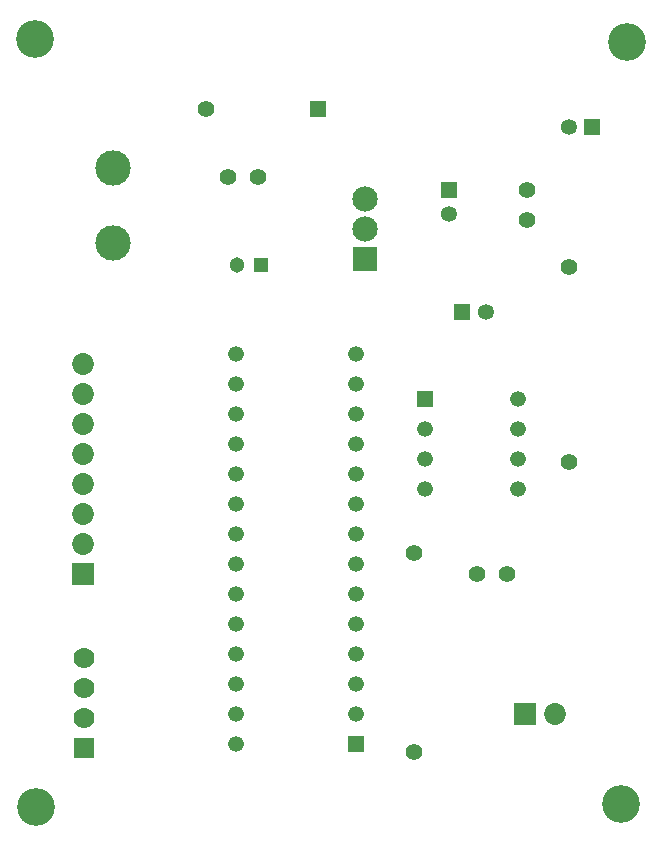
<source format=gbr>
%TF.GenerationSoftware,Altium Limited,Altium Designer,20.2.7 (254)*%
G04 Layer_Color=16711935*
%FSLAX26Y26*%
%MOIN*%
%TF.SameCoordinates,6B6101E1-C1E4-40C1-A6FF-A8A0D89029E3*%
%TF.FilePolarity,Negative*%
%TF.FileFunction,Soldermask,Bot*%
%TF.Part,Single*%
G01*
G75*
%TA.AperFunction,ComponentPad*%
%ADD29C,0.084181*%
%ADD30R,0.084181X0.084181*%
%ADD31C,0.055244*%
%ADD32C,0.052606*%
%ADD33R,0.052606X0.052606*%
%ADD34C,0.051307*%
%ADD35R,0.051307X0.051307*%
%ADD36C,0.053276*%
%ADD37R,0.053276X0.053276*%
%ADD38R,0.053276X0.053276*%
%ADD39R,0.072961X0.072961*%
%ADD40C,0.072961*%
%ADD41R,0.072961X0.072961*%
%ADD42C,0.117843*%
%ADD43R,0.070008X0.070008*%
%ADD44C,0.070008*%
%ADD45R,0.055244X0.055244*%
%TA.AperFunction,ViaPad*%
%ADD46C,0.126110*%
D29*
X1315000Y4295000D02*
D03*
Y4195000D02*
D03*
D30*
Y4095000D02*
D03*
D31*
X1995000Y4070000D02*
D03*
Y3420394D02*
D03*
X1855000Y4226574D02*
D03*
Y4325000D02*
D03*
X1690000Y3045000D02*
D03*
X1788426D02*
D03*
X860000Y4370000D02*
D03*
X958426D02*
D03*
X1480000Y2453582D02*
D03*
Y3115000D02*
D03*
X785984Y4595000D02*
D03*
D32*
X885000Y2480000D02*
D03*
Y2580000D02*
D03*
Y2680000D02*
D03*
Y2780000D02*
D03*
Y2880000D02*
D03*
Y2980000D02*
D03*
Y3080000D02*
D03*
Y3180000D02*
D03*
Y3280000D02*
D03*
Y3380000D02*
D03*
Y3480000D02*
D03*
Y3580000D02*
D03*
Y3680000D02*
D03*
Y3780000D02*
D03*
X1285000D02*
D03*
Y3680000D02*
D03*
Y3580000D02*
D03*
Y3480000D02*
D03*
Y3380000D02*
D03*
Y3280000D02*
D03*
Y3180000D02*
D03*
Y3080000D02*
D03*
Y2980000D02*
D03*
Y2880000D02*
D03*
Y2780000D02*
D03*
Y2680000D02*
D03*
Y2580000D02*
D03*
X1825000Y3630000D02*
D03*
Y3530000D02*
D03*
Y3430000D02*
D03*
Y3330000D02*
D03*
X1515000D02*
D03*
Y3430000D02*
D03*
Y3530000D02*
D03*
D33*
X1285000Y2480000D02*
D03*
X1515000Y3630000D02*
D03*
D34*
X890000Y4075000D02*
D03*
D35*
X968740D02*
D03*
D36*
X1995000Y4535000D02*
D03*
X1595000Y4246260D02*
D03*
X1718740Y3920000D02*
D03*
D37*
X2073740Y4535000D02*
D03*
X1640000Y3920000D02*
D03*
D38*
X1595000Y4325000D02*
D03*
D39*
X1850000Y2580000D02*
D03*
D40*
X1950000D02*
D03*
X375000Y3145000D02*
D03*
Y3245000D02*
D03*
Y3345000D02*
D03*
Y3445000D02*
D03*
Y3545000D02*
D03*
Y3645000D02*
D03*
Y3745000D02*
D03*
D41*
Y3045000D02*
D03*
D42*
X475000Y4150000D02*
D03*
Y4400000D02*
D03*
D43*
X380000Y2465000D02*
D03*
D44*
Y2565000D02*
D03*
Y2665000D02*
D03*
Y2765000D02*
D03*
D45*
X1160000Y4595000D02*
D03*
D46*
X2170000Y2280000D02*
D03*
X220000Y2270000D02*
D03*
X2190000Y4820000D02*
D03*
X215000Y4830000D02*
D03*
%TF.MD5,e16ff2043164b6b7300ffaabb55205e1*%
M02*

</source>
